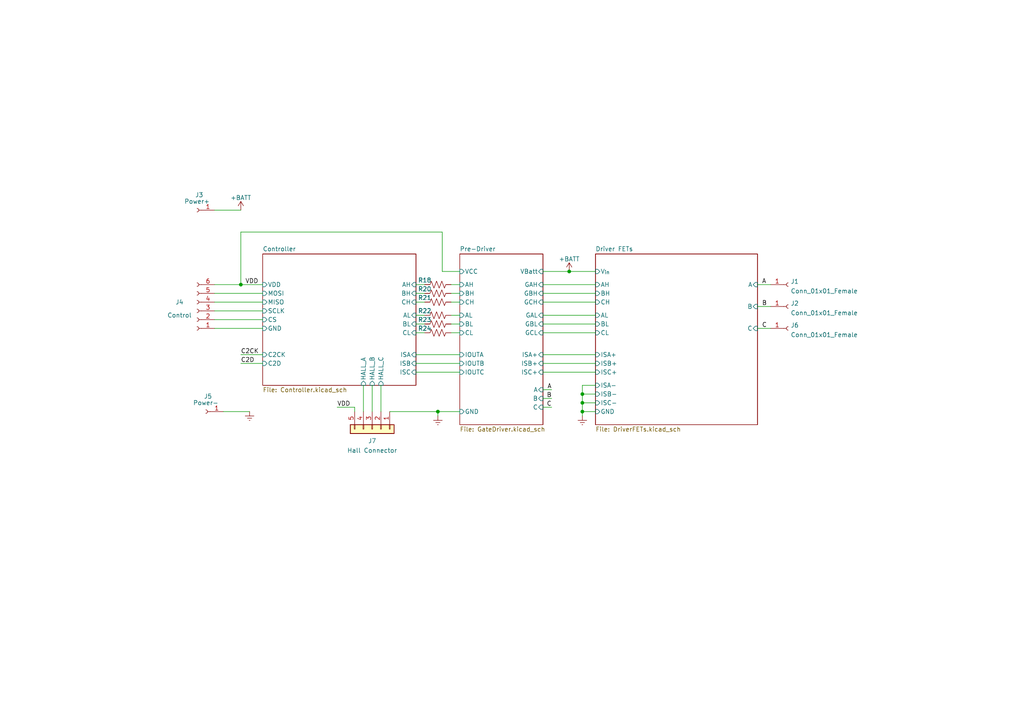
<source format=kicad_sch>
(kicad_sch (version 20211123) (generator eeschema)
  (paper "A4")
  (lib_symbols
    (symbol "Connector:Conn_01x01_Female" (pin_names (offset 1.016) hide)
      (property "Reference" "J" (at 0 2.54 0))
      (property "Value" "Conn_01x01_Female" (at 0 -2.54 0))
      (symbol "Conn_01x01_Female_1_1"
        (polyline (pts (xy -1.27 0) (xy -0.508 0)) (stroke (width 0.1524)))
        (arc (start 0 0.508) (mid -0.508 0) (end 0 -0.508) (stroke (width 0.1524)))
        (pin passive line (at -5.08 0 0) (length 3.81) (name "Pin_1") (number "1"))
      )
    )
    (symbol "Connector:Conn_01x06_Female" (pin_names (offset 1.016) hide)
      (property "Reference" "J" (at 0 7.62 0))
      (property "Value" "Conn_01x06_Female" (at 0 -10.16 0))
      (symbol "Conn_01x06_Female_1_1"
        (arc (start 0 -7.112) (mid -0.508 -7.62) (end 0 -8.128) (stroke (width 0.1524)))
        (arc (start 0 -4.572) (mid -0.508 -5.08) (end 0 -5.588) (stroke (width 0.1524)))
        (arc (start 0 -2.032) (mid -0.508 -2.54) (end 0 -3.048) (stroke (width 0.1524)))
        (polyline (pts (xy -1.27 -7.62) (xy -0.508 -7.62)) (stroke (width 0.1524)))
        (polyline (pts (xy -1.27 -5.08) (xy -0.508 -5.08)) (stroke (width 0.1524)))
        (polyline (pts (xy -1.27 -2.54) (xy -0.508 -2.54)) (stroke (width 0.1524)))
        (polyline (pts (xy -1.27 0) (xy -0.508 0)) (stroke (width 0.1524)))
        (polyline (pts (xy -1.27 2.54) (xy -0.508 2.54)) (stroke (width 0.1524)))
        (polyline (pts (xy -1.27 5.08) (xy -0.508 5.08)) (stroke (width 0.1524)))
        (arc (start 0 0.508) (mid -0.508 0) (end 0 -0.508) (stroke (width 0.1524)))
        (arc (start 0 3.048) (mid -0.508 2.54) (end 0 2.032) (stroke (width 0.1524)))
        (arc (start 0 5.588) (mid -0.508 5.08) (end 0 4.572) (stroke (width 0.1524)))
        (pin passive line (at -5.08 5.08 0) (length 3.81) (name "Pin_1") (number "1"))
        (pin passive line (at -5.08 2.54 0) (length 3.81) (name "Pin_2") (number "2"))
        (pin passive line (at -5.08 0 0) (length 3.81) (name "Pin_3") (number "3"))
        (pin passive line (at -5.08 -2.54 0) (length 3.81) (name "Pin_4") (number "4"))
        (pin passive line (at -5.08 -5.08 0) (length 3.81) (name "Pin_5") (number "5"))
        (pin passive line (at -5.08 -7.62 0) (length 3.81) (name "Pin_6") (number "6"))
      )
    )
    (symbol "Connector_Generic:Conn_01x05" (pin_names (offset 1.016) hide)
      (property "Reference" "J" (at 0 7.62 0))
      (property "Value" "Conn_01x05" (at 0 -7.62 0))
      (symbol "Conn_01x05_1_1"
        (rectangle (start -1.27 -4.953) (end 0 -5.207) (stroke (width 0.1524)))
        (rectangle (start -1.27 -2.413) (end 0 -2.667) (stroke (width 0.1524)))
        (rectangle (start -1.27 0.127) (end 0 -0.127) (stroke (width 0.1524)))
        (rectangle (start -1.27 2.667) (end 0 2.413) (stroke (width 0.1524)))
        (rectangle (start -1.27 5.207) (end 0 4.953) (stroke (width 0.1524)))
        (rectangle (start -1.27 6.35) (end 1.27 -6.35) (stroke (width 0.254)) (fill (type background)))
        (pin passive line (at -5.08 5.08 0) (length 3.81) (name "Pin_1") (number "1"))
        (pin passive line (at -5.08 2.54 0) (length 3.81) (name "Pin_2") (number "2"))
        (pin passive line (at -5.08 0 0) (length 3.81) (name "Pin_3") (number "3"))
        (pin passive line (at -5.08 -2.54 0) (length 3.81) (name "Pin_4") (number "4"))
        (pin passive line (at -5.08 -5.08 0) (length 3.81) (name "Pin_5") (number "5"))
      )
    )
    (symbol "Device:R_US" (pin_numbers hide) (pin_names (offset 0))
      (property "Reference" "R" (at 2.54 0 90))
      (property "Value" "R_US" (at -2.54 0 90))
      (symbol "R_US_0_1"
        (polyline (pts (xy 0 -2.286) (xy 0 -2.54)))
        (polyline (pts (xy 0 2.286) (xy 0 2.54)))
        (polyline (pts (xy 0 -0.762) (xy 1.016 -1.143) (xy 0 -1.524) (xy -1.016 -1.905) (xy 0 -2.286)))
        (polyline (pts (xy 0 0.762) (xy 1.016 0.381) (xy 0 0) (xy -1.016 -0.381) (xy 0 -0.762)))
        (polyline (pts (xy 0 2.286) (xy 1.016 1.905) (xy 0 1.524) (xy -1.016 1.143) (xy 0 0.762)))
      )
      (symbol "R_US_1_1"
        (pin passive line (at 0 3.81 270) (length 1.27) (name "~") (number "1"))
        (pin passive line (at 0 -3.81 90) (length 1.27) (name "~") (number "2"))
      )
    )
    (symbol "power:+BATT" (power) (pin_names (offset 0))
      (property "Value" "+BATT" (at 0 3.556 0))
      (symbol "+BATT_0_1"
        (polyline (pts (xy -0.762 1.27) (xy 0 2.54)))
        (polyline (pts (xy 0 0) (xy 0 2.54)))
        (polyline (pts (xy 0 2.54) (xy 0.762 1.27)))
      )
      (symbol "+BATT_1_1"
        (pin power_in line (at 0 0 90) (length 0) hide (name "+BATT") (number "1"))
      )
    )
    (symbol "power:Earth" (power) (pin_names (offset 0))
      (symbol "Earth_0_1"
        (polyline (pts (xy -0.635 -1.905) (xy 0.635 -1.905)))
        (polyline (pts (xy -0.127 -2.54) (xy 0.127 -2.54)))
        (polyline (pts (xy 0 -1.27) (xy 0 0)))
        (polyline (pts (xy 1.27 -1.27) (xy -1.27 -1.27)))
      )
      (symbol "Earth_1_1"
        (pin power_in line (at 0 0 270) (length 0) hide (name "Earth") (number "1"))
      )
    )
  )
  (junction (at 165.1 78.74))
  (junction (at 168.91 114.3))
  (junction (at 69.85 82.55))
  (junction (at 168.91 116.84))
  (junction (at 127 119.38))
  (junction (at 168.91 119.38))
  (wire (pts (xy 172.72 119.38) (xy 168.91 119.38)))
  (wire (pts (xy 172.72 93.98) (xy 157.48 93.98)))
  (wire (pts (xy 130.81 91.44) (xy 133.35 91.44)))
  (wire (pts (xy 172.72 114.3) (xy 168.91 114.3)))
  (wire (pts (xy 172.72 111.76) (xy 168.91 111.76)))
  (wire (pts (xy 219.71 82.55) (xy 223.52 82.55)))
  (wire (pts (xy 172.72 105.41) (xy 157.48 105.41)))
  (wire (pts (xy 76.2 105.41) (xy 69.85 105.41)))
  (wire (pts (xy 120.65 102.87) (xy 133.35 102.87)))
  (wire (pts (xy 172.72 96.52) (xy 157.48 96.52)))
  (wire (pts (xy 76.2 92.71) (xy 62.23 92.71)))
  (wire (pts (xy 168.91 111.76) (xy 168.91 114.3)))
  (wire (pts (xy 172.72 116.84) (xy 168.91 116.84)))
  (wire (pts (xy 172.72 107.95) (xy 157.48 107.95)))
  (wire (pts (xy 223.52 95.25) (xy 219.71 95.25)))
  (wire (pts (xy 127 119.38) (xy 127 120.65)))
  (wire (pts (xy 168.91 116.84) (xy 168.91 119.38)))
  (wire (pts (xy 127 119.38) (xy 133.35 119.38)))
  (wire (pts (xy 120.65 107.95) (xy 133.35 107.95)))
  (wire (pts (xy 168.91 114.3) (xy 168.91 116.84)))
  (wire (pts (xy 130.81 93.98) (xy 133.35 93.98)))
  (wire (pts (xy 105.41 119.38) (xy 105.41 111.76)))
  (wire (pts (xy 113.03 119.38) (xy 127 119.38)))
  (wire (pts (xy 157.48 91.44) (xy 172.72 91.44)))
  (wire (pts (xy 123.19 96.52) (xy 120.65 96.52)))
  (wire (pts (xy 168.91 119.38) (xy 168.91 120.65)))
  (wire (pts (xy 76.2 85.09) (xy 62.23 85.09)))
  (wire (pts (xy 76.2 90.17) (xy 62.23 90.17)))
  (wire (pts (xy 172.72 102.87) (xy 157.48 102.87)))
  (wire (pts (xy 128.27 67.31) (xy 128.27 78.74)))
  (wire (pts (xy 128.27 78.74) (xy 133.35 78.74)))
  (wire (pts (xy 69.85 67.31) (xy 128.27 67.31)))
  (wire (pts (xy 69.85 82.55) (xy 69.85 67.31)))
  (wire (pts (xy 123.19 85.09) (xy 120.65 85.09)))
  (wire (pts (xy 172.72 82.55) (xy 157.48 82.55)))
  (wire (pts (xy 130.81 82.55) (xy 133.35 82.55)))
  (wire (pts (xy 157.48 113.03) (xy 160.02 113.03)))
  (wire (pts (xy 69.85 60.96) (xy 62.23 60.96)))
  (wire (pts (xy 120.65 105.41) (xy 133.35 105.41)))
  (wire (pts (xy 219.71 88.9) (xy 223.52 88.9)))
  (wire (pts (xy 172.72 85.09) (xy 157.48 85.09)))
  (wire (pts (xy 157.48 78.74) (xy 165.1 78.74)))
  (wire (pts (xy 130.81 96.52) (xy 133.35 96.52)))
  (wire (pts (xy 62.23 82.55) (xy 69.85 82.55)))
  (wire (pts (xy 76.2 102.87) (xy 69.85 102.87)))
  (wire (pts (xy 123.19 82.55) (xy 120.65 82.55)))
  (wire (pts (xy 107.95 111.76) (xy 107.95 119.38)))
  (wire (pts (xy 110.49 119.38) (xy 110.49 111.76)))
  (wire (pts (xy 123.19 93.98) (xy 120.65 93.98)))
  (wire (pts (xy 102.87 118.11) (xy 102.87 119.38)))
  (wire (pts (xy 72.39 119.38) (xy 64.77 119.38)))
  (wire (pts (xy 130.81 87.63) (xy 133.35 87.63)))
  (wire (pts (xy 165.1 78.74) (xy 172.72 78.74)))
  (wire (pts (xy 69.85 82.55) (xy 76.2 82.55)))
  (wire (pts (xy 130.81 85.09) (xy 133.35 85.09)))
  (wire (pts (xy 157.48 115.57) (xy 160.02 115.57)))
  (wire (pts (xy 76.2 95.25) (xy 62.23 95.25)))
  (wire (pts (xy 76.2 87.63) (xy 62.23 87.63)))
  (wire (pts (xy 172.72 87.63) (xy 157.48 87.63)))
  (wire (pts (xy 123.19 87.63) (xy 120.65 87.63)))
  (wire (pts (xy 123.19 91.44) (xy 120.65 91.44)))
  (wire (pts (xy 97.79 118.11) (xy 102.87 118.11)))
  (wire (pts (xy 157.48 118.11) (xy 160.02 118.11)))
  (label "B" (at 160.02 115.57 180))
  (label "C" (at 220.98 95.25 0))
  (label "A" (at 220.98 82.55 0))
  (label "VDD" (at 71.12 82.55 0))
  (label "C2CK" (at 69.85 102.87 0))
  (label "VDD" (at 97.79 118.11 0))
  (label "B" (at 220.98 88.9 0))
  (label "A" (at 160.02 113.03 180))
  (label "C" (at 160.02 118.11 180))
  (label "C2D" (at 69.85 105.41 0))
  (symbol (lib_id "Connector:Conn_01x01_Female") (at 57.15 60.96 180) (unit 1)
    (property "Reference" "J3" (at 57.785 56.5363 0))
    (property "Value" "Power+" (at 57.15 58.42 0))
    (property "Footprint" "Connector:Banana_Jack_1Pin" (effects hide))
  )
  (symbol (lib_id "power:Earth") (at 127 120.65 0) (unit 1)
    (property "Reference" "#PWR0102" (effects hide))
    (property "Value" "Earth" (effects hide))
  )
  (symbol (lib_id "Device:R_US") (at 127 87.63 90) (unit 1)
    (property "Reference" "R21" (at 123.19 86.36 90))
    (property "Value" "R_US" (effects hide))
    (property "Footprint" "Capacitor_SMD:C_0603_1608Metric" (effects hide))
  )
  (symbol (lib_id "Device:R_US") (at 127 96.52 90) (unit 1)
    (property "Reference" "R24" (at 123.19 95.25 90))
    (property "Value" "R_US" (effects hide))
    (property "Footprint" "Capacitor_SMD:C_0603_1608Metric" (effects hide))
  )
  (symbol (lib_id "Connector:Conn_01x01_Female") (at 228.6 82.55 0) (unit 1)
    (property "Reference" "J1" (at 229.3112 81.6415 0) (effects (justify left)))
    (property "Value" "Conn_01x01_Female" (at 229.3112 84.4166 0) (effects (justify left)))
    (property "Footprint" "Connector:Banana_Jack_1Pin" (effects hide))
  )
  (symbol (lib_id "Connector:Conn_01x01_Female") (at 228.6 95.25 0) (unit 1)
    (property "Reference" "J6" (at 229.3112 94.3415 0) (effects (justify left)))
    (property "Value" "Conn_01x01_Female" (at 229.3112 97.1166 0) (effects (justify left)))
    (property "Footprint" "Connector:Banana_Jack_1Pin" (effects hide))
  )
  (symbol (lib_id "power:+BATT") (at 69.85 60.96 0) (unit 1)
    (property "Reference" "#PWR0105" (effects hide))
    (property "Value" "+BATT" (at 69.85 57.3555 0))
  )
  (symbol (lib_id "Device:R_US") (at 127 93.98 90) (unit 1)
    (property "Reference" "R23" (at 123.19 92.71 90))
    (property "Value" "R_US" (effects hide))
    (property "Footprint" "Capacitor_SMD:C_0603_1608Metric" (effects hide))
  )
  (symbol (lib_id "Connector:Conn_01x01_Female") (at 228.6 88.9 0) (unit 1)
    (property "Reference" "J2" (at 229.3112 87.9915 0) (effects (justify left)))
    (property "Value" "Conn_01x01_Female" (at 229.3112 90.7666 0) (effects (justify left)))
    (property "Footprint" "Connector:Banana_Jack_1Pin" (effects hide))
  )
  (symbol (lib_id "Connector:Conn_01x01_Female") (at 59.69 119.38 180) (unit 1)
    (property "Reference" "J5" (at 60.325 114.9563 0))
    (property "Value" "Power-" (at 59.69 116.84 0))
    (property "Footprint" "Connector:Banana_Jack_1Pin" (effects hide))
  )
  (symbol (lib_id "Connector:Conn_01x06_Female") (at 57.15 90.17 180) (unit 1)
    (property "Reference" "J4" (at 52.07 87.63 0))
    (property "Value" "Control" (at 52.07 91.44 0))
    (property "Footprint" "Connector_PinHeader_1.27mm:PinHeader_1x06_P1.27mm_Vertical" (effects hide))
  )
  (symbol (lib_id "Device:R_US") (at 127 85.09 90) (unit 1)
    (property "Reference" "R20" (at 123.19 83.82 90))
    (property "Value" "R_US" (effects hide))
    (property "Footprint" "Capacitor_SMD:C_0603_1608Metric" (effects hide))
  )
  (symbol (lib_id "power:Earth") (at 72.39 119.38 0) (unit 1)
    (property "Reference" "#PWR0106" (effects hide))
    (property "Value" "Earth" (effects hide))
  )
  (symbol (lib_id "Connector_Generic:Conn_01x05") (at 107.95 124.46 270) (unit 1)
    (property "Reference" "J7" (at 107.95 127.8795 90))
    (property "Value" "Hall Connector" (at 107.95 130.6546 90))
    (property "Footprint" "Connector_PinHeader_2.00mm:PinHeader_1x05_P2.00mm_Vertical" (effects hide))
  )
  (symbol (lib_id "power:Earth") (at 168.91 120.65 0) (unit 1)
    (property "Reference" "#PWR0103" (effects hide))
    (property "Value" "Earth" (effects hide))
  )
  (symbol (lib_id "power:+BATT") (at 165.1 78.74 0) (unit 1)
    (property "Reference" "#PWR0101" (effects hide))
    (property "Value" "+BATT" (at 165.1 75.1355 0))
  )
  (symbol (lib_id "Device:R_US") (at 127 82.55 90) (unit 1)
    (property "Reference" "R18" (at 123.19 81.28 90))
    (property "Value" "R_US" (effects hide))
    (property "Footprint" "Capacitor_SMD:C_0603_1608Metric" (effects hide))
  )
  (symbol (lib_id "Device:R_US") (at 127 91.44 90) (unit 1)
    (property "Reference" "R22" (at 123.19 90.17 90))
    (property "Value" "R_US" (effects hide))
    (property "Footprint" "Capacitor_SMD:C_0603_1608Metric" (effects hide))
  )
  (sheet (at 76.2 73.66) (size 44.45 38.1) (stroke (width 0.1524))
    (property "Sheet name" "Controller" (at 76.2 72.9484 0) (effects (justify left bottom)))
    (property "Sheet file" "Controller.kicad_sch" (at 76.2 112.3446 0) (effects (justify left top)))
    (pin "GND" input (at 76.2 95.25 180))
    (pin "AH" input (at 120.65 82.55 0))
    (pin "AL" input (at 120.65 91.44 0))
    (pin "BH" input (at 120.65 85.09 0))
    (pin "BL" input (at 120.65 93.98 0))
    (pin "CL" input (at 120.65 96.52 0))
    (pin "CH" input (at 120.65 87.63 0))
    (pin "ISB" input (at 120.65 105.41 0))
    (pin "ISC" input (at 120.65 107.95 0))
    (pin "ISA" input (at 120.65 102.87 0))
    (pin "VDD" input (at 76.2 82.55 180))
    (pin "CS" input (at 76.2 92.71 180))
    (pin "MOSI" input (at 76.2 85.09 180))
    (pin "MISO" input (at 76.2 87.63 180))
    (pin "SCLK" input (at 76.2 90.17 180))
    (pin "C2CK" input (at 76.2 102.87 180))
    (pin "C2D" input (at 76.2 105.41 180))
    (pin "HALL_A" input (at 105.41 111.76 270))
    (pin "HALL_B" input (at 107.95 111.76 270))
    (pin "HALL_C" input (at 110.49 111.76 270))
  )
  (sheet (at 172.72 73.66) (size 46.99 49.53) (stroke (width 0.1524))
    (property "Sheet name" "Driver FETs" (at 172.72 72.9484 0) (effects (justify left bottom)))
    (property "Sheet file" "DriverFETs.kicad_sch" (at 172.72 123.7746 0) (effects (justify left top)))
    (pin "GND" input (at 172.72 119.38 180))
    (pin "V_{in}" input (at 172.72 78.74 180))
    (pin "BL" input (at 172.72 93.98 180))
    (pin "BH" input (at 172.72 85.09 180))
    (pin "CL" input (at 172.72 96.52 180))
    (pin "CH" input (at 172.72 87.63 180))
    (pin "AL" input (at 172.72 91.44 180))
    (pin "AH" input (at 172.72 82.55 180))
    (pin "B" input (at 219.71 88.9 0))
    (pin "C" input (at 219.71 95.25 0))
    (pin "A" input (at 219.71 82.55 0))
    (pin "ISC-" input (at 172.72 116.84 180))
    (pin "ISC+" input (at 172.72 107.95 180))
    (pin "ISA+" input (at 172.72 102.87 180))
    (pin "ISA-" input (at 172.72 111.76 180))
    (pin "ISB+" input (at 172.72 105.41 180))
    (pin "ISB-" input (at 172.72 114.3 180))
  )
  (sheet (at 133.35 73.66) (size 24.13 49.53) (stroke (width 0.1524))
    (property "Sheet name" "Pre-Driver" (at 133.35 72.9484 0) (effects (justify left bottom)))
    (property "Sheet file" "GateDriver.kicad_sch" (at 133.35 123.7746 0) (effects (justify left top)))
    (pin "GND" input (at 133.35 119.38 180))
    (pin "IOUTB" input (at 133.35 105.41 180))
    (pin "GAH" input (at 157.48 82.55 0))
    (pin "GBH" input (at 157.48 85.09 0))
    (pin "GCH" input (at 157.48 87.63 0))
    (pin "GCL" input (at 157.48 96.52 0))
    (pin "GAL" input (at 157.48 91.44 0))
    (pin "GBL" input (at 157.48 93.98 0))
    (pin "IOUTA" input (at 133.35 102.87 180))
    (pin "BL" input (at 133.35 93.98 180))
    (pin "CH" input (at 133.35 87.63 180))
    (pin "AL" input (at 133.35 91.44 180))
    (pin "AH" input (at 133.35 82.55 180))
    (pin "VBatt" input (at 157.48 78.74 0))
    (pin "BH" input (at 133.35 85.09 180))
    (pin "CL" input (at 133.35 96.52 180))
    (pin "C" input (at 157.48 118.11 0))
    (pin "A" input (at 157.48 113.03 0))
    (pin "B" input (at 157.48 115.57 0))
    (pin "ISB+" input (at 157.48 105.41 0))
    (pin "ISC+" input (at 157.48 107.95 0))
    (pin "ISA+" input (at 157.48 102.87 0))
    (pin "IOUTC" input (at 133.35 107.95 180))
    (pin "VCC" input (at 133.35 78.74 180))
  )
)
</source>
